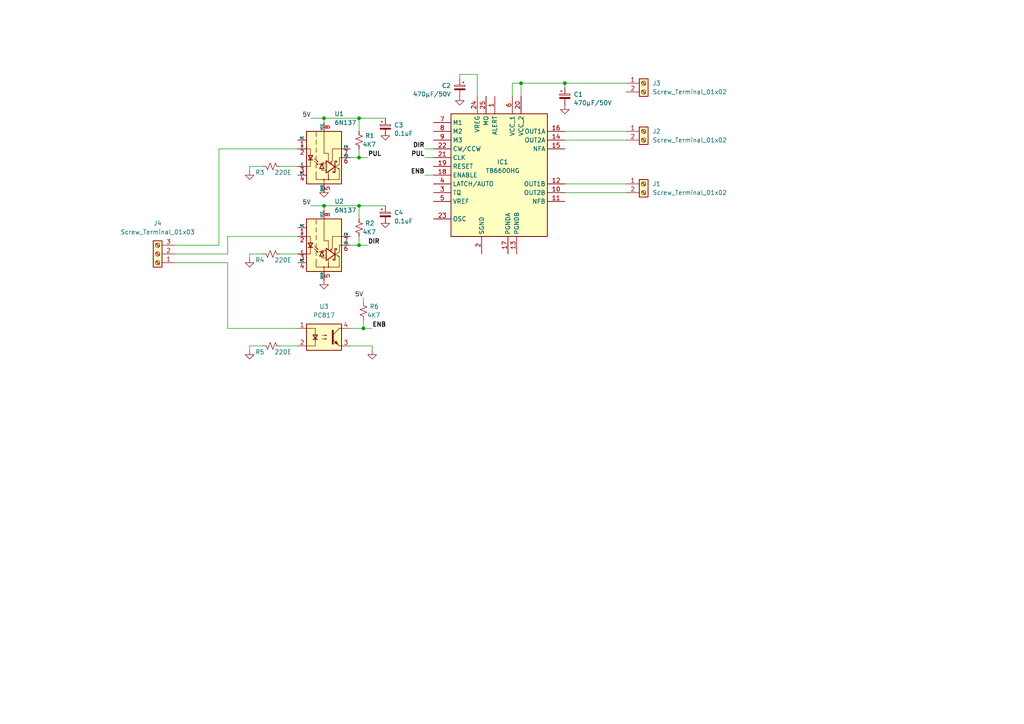
<source format=kicad_sch>
(kicad_sch (version 20231120) (generator "eeschema") (generator_version "8.0")
  (paper "A4")
  (lib_symbols
    (symbol "Connector:Screw_Terminal_01x02" (pin_names (offset 1.016) hide)
      (property "Reference" "J" (at 0 2.54 0))
      (property "Value" "Screw_Terminal_01x02" (at 0 -5.08 0))
      (symbol "Screw_Terminal_01x02_1_1"
        (rectangle (start -1.27 1.27) (end 1.27 -3.81) (stroke (width 0.254)) (fill (type background)))
        (circle (center 0 -2.54) (radius 0.635) (stroke (width 0.1524)))
        (polyline (pts (xy -0.5334 -2.2098) (xy 0.3302 -3.048)) (stroke (width 0.1524)))
        (polyline (pts (xy -0.5334 0.3302) (xy 0.3302 -0.508)) (stroke (width 0.1524)))
        (polyline (pts (xy -0.3556 -2.032) (xy 0.508 -2.8702)) (stroke (width 0.1524)))
        (polyline (pts (xy -0.3556 0.508) (xy 0.508 -0.3302)) (stroke (width 0.1524)))
        (circle (center 0 0) (radius 0.635) (stroke (width 0.1524)))
        (pin passive line (at -5.08 0 0) (length 3.81) (name "Pin_1") (number "1"))
        (pin passive line (at -5.08 -2.54 0) (length 3.81) (name "Pin_2") (number "2"))
      )
    )
    (symbol "Connector:Screw_Terminal_01x03" (pin_names (offset 1.016) hide)
      (property "Reference" "J" (at 0 5.08 0))
      (property "Value" "Screw_Terminal_01x03" (at 0 -5.08 0))
      (symbol "Screw_Terminal_01x03_1_1"
        (rectangle (start -1.27 3.81) (end 1.27 -3.81) (stroke (width 0.254)) (fill (type background)))
        (circle (center 0 -2.54) (radius 0.635) (stroke (width 0.1524)))
        (polyline (pts (xy -0.5334 -2.2098) (xy 0.3302 -3.048)) (stroke (width 0.1524)))
        (polyline (pts (xy -0.5334 0.3302) (xy 0.3302 -0.508)) (stroke (width 0.1524)))
        (polyline (pts (xy -0.5334 2.8702) (xy 0.3302 2.032)) (stroke (width 0.1524)))
        (polyline (pts (xy -0.3556 -2.032) (xy 0.508 -2.8702)) (stroke (width 0.1524)))
        (polyline (pts (xy -0.3556 0.508) (xy 0.508 -0.3302)) (stroke (width 0.1524)))
        (polyline (pts (xy -0.3556 3.048) (xy 0.508 2.2098)) (stroke (width 0.1524)))
        (circle (center 0 0) (radius 0.635) (stroke (width 0.1524)))
        (circle (center 0 2.54) (radius 0.635) (stroke (width 0.1524)))
        (pin passive line (at -5.08 2.54 0) (length 3.81) (name "Pin_1") (number "1"))
        (pin passive line (at -5.08 0 0) (length 3.81) (name "Pin_2") (number "2"))
        (pin passive line (at -5.08 -2.54 0) (length 3.81) (name "Pin_3") (number "3"))
      )
    )
    (symbol "Device:C_Polarized_Small" (pin_numbers hide) (pin_names (offset 0.254) hide)
      (property "Reference" "C" (at 0.254 1.778 0))
      (property "Value" "C_Polarized_Small" (at 0.254 -2.032 0))
      (symbol "C_Polarized_Small_0_1"
        (rectangle (start -1.524 -0.3048) (end 1.524 -0.6858) (fill (type outline)))
        (rectangle (start -1.524 0.6858) (end 1.524 0.3048))
        (polyline (pts (xy -1.27 1.524) (xy -0.762 1.524)))
        (polyline (pts (xy -1.016 1.27) (xy -1.016 1.778)))
      )
      (symbol "C_Polarized_Small_1_1"
        (pin passive line (at 0 2.54 270) (length 1.8542) (name "~") (number "1"))
        (pin passive line (at 0 -2.54 90) (length 1.8542) (name "~") (number "2"))
      )
    )
    (symbol "Device:R_Small_US" (pin_numbers hide) (pin_names (offset 0.254) hide)
      (property "Reference" "R" (at 0.762 0.508 0))
      (property "Value" "R_Small_US" (at 0.762 -1.016 0))
      (symbol "R_Small_US_1_1"
        (polyline (pts (xy 0 0) (xy 1.016 -0.381) (xy 0 -0.762) (xy -1.016 -1.143) (xy 0 -1.524)))
        (polyline (pts (xy 0 1.524) (xy 1.016 1.143) (xy 0 0.762) (xy -1.016 0.381) (xy 0 0)))
        (pin passive line (at 0 2.54 270) (length 1.016) (name "~") (number "1"))
        (pin passive line (at 0 -2.54 90) (length 1.016) (name "~") (number "2"))
      )
    )
    (symbol "Isolator:6N137" (pin_names (offset 0))
      (property "Reference" "U" (at -4.064 8.89 0))
      (property "Value" "6N137" (at 0 -8.89 0))
      (symbol "6N137_0_1"
        (polyline (pts (xy 0 -6.35) (xy -2.286 -6.35) (xy -2.286 -4.064)))
        (polyline (pts (xy -5.08 -2.54) (xy -3.937 -2.54) (xy -3.937 2.54) (xy -5.08 2.54)))
        (polyline (pts (xy 1.27 -5.08) (xy 1.27 -6.35) (xy 0 -6.35) (xy 0 -7.62)))
        (polyline (pts (xy 3.175 -2.667) (xy 0.635 -4.445) (xy 0.635 -0.889) (xy 3.175 -2.667)) (stroke (width 0.254)))
        (polyline (pts (xy -2.794 -1.016) (xy -1.717 -2.093) (xy -2.076 -1.914) (xy -1.896 -1.734) (xy -1.717 -2.093)))
        (polyline (pts (xy -2.794 -0.254) (xy -1.717 -1.331) (xy -2.076 -1.152) (xy -1.896 -0.972) (xy -1.717 -1.331)))
      )
      (symbol "6N137_1_1"
        (rectangle (start -5.08 7.62) (end 5.08 -7.62) (stroke (width 0.254)) (fill (type background)))
        (circle (center 0 -6.35) (radius 0.127) (fill (type outline)))
        (polyline (pts (xy -4.572 -0.635) (xy -3.302 -0.635)) (stroke (width 0.254)))
        (polyline (pts (xy -2.286 -1.778) (xy -2.286 -3.048)))
        (polyline (pts (xy -2.286 0.508) (xy -2.286 -0.762)))
        (polyline (pts (xy -2.286 2.794) (xy -2.286 1.524)))
        (polyline (pts (xy -2.286 5.08) (xy -2.286 3.81)))
        (polyline (pts (xy -2.286 7.366) (xy -2.286 6.096)))
        (polyline (pts (xy -1.27 -1.905) (xy 0 -1.905)) (stroke (width 0.254)))
        (polyline (pts (xy -0.635 -3.302) (xy -0.635 -3.683) (xy 0.635 -3.683)))
        (polyline (pts (xy -0.635 -1.905) (xy -0.635 -1.524) (xy 0.508 -1.524)))
        (polyline (pts (xy 1.27 -4.064) (xy 1.27 -6.35) (xy 4.445 -6.35)))
        (polyline (pts (xy 3.175 -2.667) (xy 4.445 -3.302) (xy 4.445 -6.35)))
        (polyline (pts (xy -3.937 -0.635) (xy -4.572 0.635) (xy -3.302 0.635) (xy -3.937 -0.635)) (stroke (width 0.254)))
        (polyline (pts (xy -0.635 -1.905) (xy -1.27 -3.175) (xy 0 -3.175) (xy -0.635 -1.905)) (stroke (width 0.254)))
        (polyline (pts (xy 1.27 -1.27) (xy 1.27 1.27) (xy 0 1.27) (xy 0 7.62)))
        (polyline (pts (xy 2.1844 -1.1684) (xy 2.413 -0.889) (xy 2.413 2.54) (xy 5.08 2.54)))
        (polyline (pts (xy 3.175 -2.667) (xy 3.175 -4.318) (xy 2.667 -4.318) (xy 2.667 -3.937)) (stroke (width 0.254)))
        (polyline (pts (xy 3.175 -2.667) (xy 3.175 -1.016) (xy 3.683 -1.016) (xy 3.683 -1.397)) (stroke (width 0.254)))
        (polyline (pts (xy 3.175 -2.667) (xy 4.445 -2.032) (xy 4.445 0) (xy 5.08 0)))
        (polyline (pts (xy 4.445 -3.302) (xy 4.161 -3.018) (xy 4.047 -3.246) (xy 4.445 -3.302)) (stroke (width 0.127)) (fill (type outline)))
        (circle (center 1.27 -6.35) (radius 0.127) (fill (type outline)))
        (circle (center 2.032 -1.397) (radius 0.254))
        (pin passive line (at -7.62 5.08 0) (length 2.54) (name "NC") (number "1"))
        (pin passive line (at -7.62 2.54 0) (length 2.54) (name "A") (number "2"))
        (pin passive line (at -7.62 -2.54 0) (length 2.54) (name "C") (number "3"))
        (pin passive line (at -7.62 -5.08 0) (length 2.54) (name "NC") (number "4"))
        (pin power_in line (at 0 -10.16 90) (length 2.54) (name "GND") (number "5"))
        (pin open_collector line (at 7.62 0 180) (length 2.54) (name "VO") (number "6"))
        (pin input line (at 7.62 2.54 180) (length 2.54) (name "EN") (number "7"))
        (pin power_in line (at 0 10.16 270) (length 2.54) (name "VCC") (number "8"))
      )
    )
    (symbol "Isolator:PC817" (pin_names (offset 1.016))
      (property "Reference" "U" (at -5.08 5.08 0))
      (property "Value" "PC817" (at 0 5.08 0))
      (symbol "PC817_0_1"
        (rectangle (start -5.08 3.81) (end 5.08 -3.81) (stroke (width 0.254)) (fill (type background)))
        (polyline (pts (xy -3.175 -0.635) (xy -1.905 -0.635)) (stroke (width 0.254)))
        (polyline (pts (xy 2.54 0.635) (xy 4.445 2.54)))
        (polyline (pts (xy 4.445 -2.54) (xy 2.54 -0.635)) (fill (type outline)))
        (polyline (pts (xy 4.445 -2.54) (xy 5.08 -2.54)))
        (polyline (pts (xy 4.445 2.54) (xy 5.08 2.54)))
        (polyline (pts (xy -5.08 2.54) (xy -2.54 2.54) (xy -2.54 -0.635)))
        (polyline (pts (xy -2.54 -0.635) (xy -2.54 -2.54) (xy -5.08 -2.54)))
        (polyline (pts (xy 2.54 1.905) (xy 2.54 -1.905) (xy 2.54 -1.905)) (stroke (width 0.508)))
        (polyline (pts (xy -2.54 -0.635) (xy -3.175 0.635) (xy -1.905 0.635) (xy -2.54 -0.635)) (stroke (width 0.254)))
        (polyline (pts (xy -0.508 -0.508) (xy 0.762 -0.508) (xy 0.381 -0.635) (xy 0.381 -0.381) (xy 0.762 -0.508)))
        (polyline (pts (xy -0.508 0.508) (xy 0.762 0.508) (xy 0.381 0.381) (xy 0.381 0.635) (xy 0.762 0.508)))
        (polyline (pts (xy 3.048 -1.651) (xy 3.556 -1.143) (xy 4.064 -2.159) (xy 3.048 -1.651) (xy 3.048 -1.651)) (fill (type outline)))
      )
      (symbol "PC817_1_1"
        (pin passive line (at -7.62 2.54 0) (length 2.54) (name "~") (number "1"))
        (pin passive line (at -7.62 -2.54 0) (length 2.54) (name "~") (number "2"))
        (pin passive line (at 7.62 -2.54 180) (length 2.54) (name "~") (number "3"))
        (pin passive line (at 7.62 2.54 180) (length 2.54) (name "~") (number "4"))
      )
    )
    (symbol "TB6600HG:TB6600HG"
      (property "Reference" "IC1" (at 20.066 -11.43 0))
      (property "Value" "TB6600HG" (at 20.066 -13.97 0))
      (symbol "TB6600HG_1_1"
        (rectangle (start 5.08 2.54) (end 33.02 -33.02) (stroke (width 0.254)) (fill (type background)))
        (pin passive line (at 17.78 7.62 270) (length 5.08) (name "ALERT") (number "1"))
        (pin passive line (at 38.1 -20.32 180) (length 5.08) (name "OUT2B") (number "10"))
        (pin passive line (at 38.1 -22.86 180) (length 5.08) (name "NFB") (number "11"))
        (pin passive line (at 38.1 -17.78 180) (length 5.08) (name "OUT1B") (number "12"))
        (pin passive line (at 24.13 -38.1 90) (length 5.08) (name "PGNDB") (number "13"))
        (pin passive line (at 38.1 -5.08 180) (length 5.08) (name "OUT2A") (number "14"))
        (pin passive line (at 38.1 -7.62 180) (length 5.08) (name "NFA") (number "15"))
        (pin passive line (at 38.1 -2.54 180) (length 5.08) (name "OUT1A") (number "16"))
        (pin passive line (at 21.59 -38.1 90) (length 5.08) (name "PGNDA") (number "17"))
        (pin passive line (at 0 -15.24 0) (length 5.08) (name "ENABLE") (number "18"))
        (pin passive line (at 0 -12.7 0) (length 5.08) (name "RESET") (number "19"))
        (pin passive line (at 13.97 -38.1 90) (length 5.08) (name "SGND") (number "2"))
        (pin passive line (at 25.4 7.62 270) (length 5.08) (name "VCC_2") (number "20"))
        (pin passive line (at 0 -10.16 0) (length 5.08) (name "CLK") (number "21"))
        (pin passive line (at 0 -7.62 0) (length 5.08) (name "CW/CCW") (number "22"))
        (pin passive line (at 0 -27.94 0) (length 5.08) (name "OSC") (number "23"))
        (pin passive line (at 12.7 7.62 270) (length 5.08) (name "VREG") (number "24"))
        (pin passive line (at 15.24 7.62 270) (length 5.08) (name "MO") (number "25"))
        (pin passive line (at 0 -20.32 0) (length 5.08) (name "TQ") (number "3"))
        (pin passive line (at 0 -17.78 0) (length 5.08) (name "LATCH/AUTO") (number "4"))
        (pin passive line (at 0 -22.86 0) (length 5.08) (name "VREF") (number "5"))
        (pin passive line (at 22.86 7.62 270) (length 5.08) (name "VCC_1") (number "6"))
        (pin passive line (at 0 0 0) (length 5.08) (name "M1") (number "7"))
        (pin passive line (at 0 -2.54 0) (length 5.08) (name "M2") (number "8"))
        (pin passive line (at 0 -5.08 0) (length 5.08) (name "M3") (number "9"))
      )
    )
    (symbol "power:GND" (power) (pin_numbers hide) (pin_names (offset 0) hide)
      (property "Value" "GND" (at 0 -3.81 0))
      (symbol "GND_0_1"
        (polyline (pts (xy 0 0) (xy 0 -1.27) (xy 1.27 -1.27) (xy 0 -2.54) (xy -1.27 -1.27) (xy 0 -1.27)))
      )
      (symbol "GND_1_1"
        (pin power_in line (at 0 0 270) (length 0) (name "~") (number "1"))
      )
    )
  )
  (junction (at 104.14 71.12))
  (junction (at 151.13 24.13))
  (junction (at 93.98 34.29))
  (junction (at 105.41 95.25))
  (junction (at 104.14 59.69))
  (junction (at 163.83 24.13))
  (junction (at 93.98 59.69))
  (junction (at 104.14 34.29))
  (junction (at 104.14 45.72))
  (wire (pts (xy 163.83 55.88) (xy 181.61 55.88)))
  (wire (pts (xy 163.83 24.13) (xy 151.13 24.13)))
  (wire (pts (xy 81.28 73.66) (xy 86.36 73.66)))
  (wire (pts (xy 93.98 59.69) (xy 93.98 60.96)))
  (wire (pts (xy 148.59 24.13) (xy 148.59 27.94)))
  (wire (pts (xy 123.19 50.8) (xy 125.73 50.8)))
  (wire (pts (xy 151.13 24.13) (xy 148.59 24.13)))
  (wire (pts (xy 105.41 95.25) (xy 107.95 95.25)))
  (wire (pts (xy 72.39 48.26) (xy 72.39 49.53)))
  (wire (pts (xy 76.2 48.26) (xy 72.39 48.26)))
  (wire (pts (xy 104.14 34.29) (xy 93.98 34.29)))
  (wire (pts (xy 181.61 24.13) (xy 163.83 24.13)))
  (wire (pts (xy 111.76 34.29) (xy 104.14 34.29)))
  (wire (pts (xy 50.8 76.2) (xy 66.04 76.2)))
  (wire (pts (xy 66.04 95.25) (xy 66.04 76.2)))
  (wire (pts (xy 76.2 73.66) (xy 72.39 73.66)))
  (wire (pts (xy 104.14 59.69) (xy 104.14 63.5)))
  (wire (pts (xy 111.76 63.5) (xy 111.76 64.77)))
  (wire (pts (xy 63.5 71.12) (xy 50.8 71.12)))
  (wire (pts (xy 81.28 100.33) (xy 86.36 100.33)))
  (wire (pts (xy 123.19 43.18) (xy 125.73 43.18)))
  (wire (pts (xy 105.41 92.71) (xy 105.41 95.25)))
  (wire (pts (xy 111.76 38.1) (xy 111.76 39.37)))
  (wire (pts (xy 93.98 34.29) (xy 93.98 35.56)))
  (wire (pts (xy 105.41 95.25) (xy 101.6 95.25)))
  (wire (pts (xy 93.98 55.88) (xy 93.98 54.61)))
  (wire (pts (xy 163.83 24.13) (xy 163.83 25.4)))
  (wire (pts (xy 104.14 43.18) (xy 104.14 45.72)))
  (wire (pts (xy 66.04 68.58) (xy 66.04 73.66)))
  (wire (pts (xy 104.14 68.58) (xy 104.14 71.12)))
  (wire (pts (xy 104.14 59.69) (xy 93.98 59.69)))
  (wire (pts (xy 105.41 86.36) (xy 105.41 87.63)))
  (wire (pts (xy 163.83 53.34) (xy 181.61 53.34)))
  (wire (pts (xy 138.43 21.59) (xy 138.43 27.94)))
  (wire (pts (xy 107.95 100.33) (xy 101.6 100.33)))
  (wire (pts (xy 163.83 40.64) (xy 181.61 40.64)))
  (wire (pts (xy 111.76 59.69) (xy 104.14 59.69)))
  (wire (pts (xy 107.95 100.33) (xy 107.95 101.6)))
  (wire (pts (xy 50.8 73.66) (xy 66.04 73.66)))
  (wire (pts (xy 163.83 38.1) (xy 181.61 38.1)))
  (wire (pts (xy 86.36 68.58) (xy 66.04 68.58)))
  (wire (pts (xy 76.2 100.33) (xy 72.39 100.33)))
  (wire (pts (xy 133.35 22.86) (xy 133.35 21.59)))
  (wire (pts (xy 86.36 43.18) (xy 63.5 43.18)))
  (wire (pts (xy 101.6 45.72) (xy 104.14 45.72)))
  (wire (pts (xy 81.28 48.26) (xy 86.36 48.26)))
  (wire (pts (xy 72.39 73.66) (xy 72.39 74.93)))
  (wire (pts (xy 86.36 95.25) (xy 66.04 95.25)))
  (wire (pts (xy 151.13 24.13) (xy 151.13 27.94)))
  (wire (pts (xy 104.14 45.72) (xy 106.68 45.72)))
  (wire (pts (xy 133.35 21.59) (xy 138.43 21.59)))
  (wire (pts (xy 123.19 45.72) (xy 125.73 45.72)))
  (wire (pts (xy 104.14 71.12) (xy 106.68 71.12)))
  (wire (pts (xy 101.6 71.12) (xy 104.14 71.12)))
  (wire (pts (xy 90.17 59.69) (xy 93.98 59.69)))
  (wire (pts (xy 72.39 100.33) (xy 72.39 101.6)))
  (wire (pts (xy 90.17 34.29) (xy 93.98 34.29)))
  (wire (pts (xy 63.5 43.18) (xy 63.5 71.12)))
  (wire (pts (xy 104.14 34.29) (xy 104.14 38.1)))
  (label "DIR" (at 106.68 71.12 0) (effects (font (thickness 0.254) (bold yes))))
  (label "5V" (at 105.41 86.36 180))
  (label "ENB" (at 123.19 50.8 180) (effects (font (thickness 0.254) (bold yes))))
  (label "PUL" (at 123.19 45.72 180) (effects (font (thickness 0.254) (bold yes))))
  (label "5V" (at 90.17 34.29 180))
  (label "PUL" (at 106.68 45.72 0) (effects (font (thickness 0.254) (bold yes))))
  (label "ENB" (at 107.95 95.25 0) (effects (font (thickness 0.254) (bold yes))))
  (label "DIR" (at 123.19 43.18 180) (effects (font (thickness 0.254) (bold yes))))
  (label "5V" (at 90.17 59.69 180))
  (symbol (lib_id "power:GND") (at 133.35 27.94 0) (unit 1)
    (property "Reference" "#PWR02" (effects (hide yes)))
    (property "Value" "GND" (effects (hide yes)))
    (property "Description" "Power symbol creates a global label with name \"GND\" , ground" (effects (hide yes)))
  )
  (symbol (lib_id "power:GND") (at 111.76 63.5 0) (unit 1)
    (property "Reference" "#PWR06" (effects (hide yes)))
    (property "Value" "GND" (effects (hide yes)))
    (property "Description" "Power symbol creates a global label with name \"GND\" , ground" (effects (hide yes)))
  )
  (symbol (lib_id "Isolator:PC817") (at 93.98 97.79 0) (unit 1)
    (property "Reference" "U3" (at 93.98 88.9 0))
    (property "Value" "PC817" (at 93.98 91.44 0))
    (property "Footprint" "Package_DIP:DIP-4_W7.62mm" (effects (hide yes)))
    (property "Datasheet" "http://www.soselectronic.cz/a_info/resource/d/pc817.pdf" (effects (hide yes)))
    (property "Description" "DC Optocoupler, Vce 35V, CTR 50-300%, DIP-4" (effects (hide yes)))
  )
  (symbol (lib_id "Device:C_Polarized_Small") (at 111.76 36.83 0) (unit 1)
    (property "Reference" "C3" (at 114.3 36.2838 0) (effects (justify left)))
    (property "Value" "0.1uF" (at 114.3 38.735 0) (effects (justify left)))
    (property "Description" "Polarized capacitor, small symbol" (effects (hide yes)))
  )
  (symbol (lib_id "Device:R_Small_US") (at 105.41 90.17 0) (unit 1)
    (property "Reference" "R6" (at 107.188 88.9 0) (effects (justify left)))
    (property "Value" "4K7" (at 106.426 91.44 0) (effects (justify left)))
    (property "Description" "Resistor, small US symbol" (effects (hide yes)))
  )
  (symbol (lib_id "power:GND") (at 111.76 38.1 0) (unit 1)
    (property "Reference" "#PWR05" (effects (hide yes)))
    (property "Value" "GND" (effects (hide yes)))
    (property "Description" "Power symbol creates a global label with name \"GND\" , ground" (effects (hide yes)))
  )
  (symbol (lib_id "Device:R_Small_US") (at 78.74 73.66 90) (mirror x) (unit 1)
    (property "Reference" "R4" (at 76.708 75.438 90) (effects (justify left)))
    (property "Value" "220E" (at 84.582 75.438 90) (effects (justify left)))
    (property "Description" "Resistor, small US symbol" (effects (hide yes)))
  )
  (symbol (lib_id "power:GND") (at 72.39 49.53 0) (unit 1)
    (property "Reference" "#PWR07" (effects (hide yes)))
    (property "Value" "GND" (effects (hide yes)))
    (property "Description" "Power symbol creates a global label with name \"GND\" , ground" (effects (hide yes)))
  )
  (symbol (lib_id "Device:R_Small_US") (at 78.74 48.26 90) (mirror x) (unit 1)
    (property "Reference" "R3" (at 76.708 50.038 90) (effects (justify left)))
    (property "Value" "220E" (at 84.582 50.038 90) (effects (justify left)))
    (property "Description" "Resistor, small US symbol" (effects (hide yes)))
  )
  (symbol (lib_id "Device:R_Small_US") (at 104.14 66.04 0) (unit 1)
    (property "Reference" "R2" (at 105.918 64.77 0) (effects (justify left)))
    (property "Value" "4K7" (at 105.156 67.31 0) (effects (justify left)))
    (property "Description" "Resistor, small US symbol" (effects (hide yes)))
  )
  (symbol (lib_id "Connector:Screw_Terminal_01x02") (at 186.69 38.1 0) (unit 1)
    (property "Reference" "J2" (at 189.23 38.0999 0) (effects (justify left)))
    (property "Value" "Screw_Terminal_01x02" (at 189.23 40.6399 0) (effects (justify left)))
    (property "Description" "Generic screw terminal, single row, 01x02, script generated (kicad-library-utils/schlib/autogen/connector/)" (effects (hide yes)))
  )
  (symbol (lib_id "Isolator:6N137") (at 93.98 45.72 0) (unit 1)
    (property "Reference" "U1" (at 96.9965 33.02 0) (effects (justify left)))
    (property "Value" "6N137" (at 96.9965 35.56 0) (effects (justify left)))
    (property "Footprint" "Package_DIP:DIP-8_W7.62mm" (effects (hide yes)))
    (property "Datasheet" "https://docs.broadcom.com/docs/AV02-0940EN" (effects (hide yes)))
    (property "Description" "Single High Speed LSTTL/TTL Compatible Optocoupler with enable, dV/dt 1000/us, VCM 10, max 7V VCC, DIP-8" (effects (hide yes)))
  )
  (symbol (lib_id "Device:R_Small_US") (at 78.74 100.33 90) (mirror x) (unit 1)
    (property "Reference" "R5" (at 76.708 102.108 90) (effects (justify left)))
    (property "Value" "220E" (at 84.582 102.108 90) (effects (justify left)))
    (property "Description" "Resistor, small US symbol" (effects (hide yes)))
  )
  (symbol (lib_id "power:GND") (at 93.98 81.28 0) (unit 1)
    (property "Reference" "#PWR04" (effects (hide yes)))
    (property "Value" "GND" (effects (hide yes)))
    (property "Description" "Power symbol creates a global label with name \"GND\" , ground" (effects (hide yes)))
  )
  (symbol (lib_id "TB6600HG:TB6600HG") (at 125.73 35.56 0) (unit 1)
    (property "Reference" "IC1" (at 145.796 46.99 0))
    (property "Value" "TB6600HG" (at 145.796 49.53 0))
    (property "Footprint" "TB6600:TB6600HG" (effects (hide yes)))
    (property "Datasheet" "https://toshiba.semicon-storage.com/info/TB6600HG_datasheet_en_20160610.pdf?did=14683&prodName=TB6600HG" (effects (hide yes)))
    (property "Description" "Motor / Bewegung / Zndungscontroller und Treiber Stepping Motor Driver IC" (effects (hide yes)))
    (property "Height" "19.37" (effects (hide yes)))
    (property "Manufacturer_Name" "Toshiba" (effects (hide yes)))
    (property "Manufacturer_Part_Number" "TB6600HG" (effects (hide yes)))
    (property "Mouser Part Number" "757-TB6600HG" (effects (hide yes)))
    (property "Mouser Price/Stock" "https://www.mouser.co.uk/ProductDetail/Toshiba/TB6600HG?qs=rsevcuukUAxuV3g3be9iig%3D%3D" (effects (hide yes)))
    (property "Arrow Part Number" "TB6600HG" (effects (hide yes)))
    (property "Arrow Price/Stock" "https://www.arrow.com/en/products/tb6600hg/toshiba?utm_currency=USD&region=nac" (effects (hide yes)))
  )
  (symbol (lib_id "power:GND") (at 72.39 74.93 0) (unit 1)
    (property "Reference" "#PWR08" (effects (hide yes)))
    (property "Value" "GND" (effects (hide yes)))
    (property "Description" "Power symbol creates a global label with name \"GND\" , ground" (effects (hide yes)))
  )
  (symbol (lib_id "Isolator:6N137") (at 93.98 71.12 0) (unit 1)
    (property "Reference" "U2" (at 96.9965 58.42 0) (effects (justify left)))
    (property "Value" "6N137" (at 96.9965 60.96 0) (effects (justify left)))
    (property "Footprint" "Package_DIP:DIP-8_W7.62mm" (effects (hide yes)))
    (property "Datasheet" "https://docs.broadcom.com/docs/AV02-0940EN" (effects (hide yes)))
    (property "Description" "Single High Speed LSTTL/TTL Compatible Optocoupler with enable, dV/dt 1000/us, VCM 10, max 7V VCC, DIP-8" (effects (hide yes)))
  )
  (symbol (lib_id "Device:C_Polarized_Small") (at 133.35 25.4 0) (mirror y) (unit 1)
    (property "Reference" "C2" (at 130.81 24.8538 0) (effects (justify left)))
    (property "Value" "470µF/50V" (at 130.81 27.305 0) (effects (justify left)))
    (property "Description" "Polarized capacitor, small symbol" (effects (hide yes)))
  )
  (symbol (lib_id "Connector:Screw_Terminal_01x03") (at 45.72 73.66 180) (unit 1)
    (property "Reference" "J4" (at 45.72 64.77 0))
    (property "Value" "Screw_Terminal_01x03" (at 45.72 67.31 0))
    (property "Description" "Generic screw terminal, single row, 01x03, script generated (kicad-library-utils/schlib/autogen/connector/)" (effects (hide yes)))
  )
  (symbol (lib_id "power:GND") (at 163.83 30.48 0) (unit 1)
    (property "Reference" "#PWR01" (effects (hide yes)))
    (property "Value" "GND" (effects (hide yes)))
    (property "Description" "Power symbol creates a global label with name \"GND\" , ground" (effects (hide yes)))
  )
  (symbol (lib_id "Device:C_Polarized_Small") (at 163.83 27.94 0) (unit 1)
    (property "Reference" "C1" (at 166.37 27.3938 0) (effects (justify left)))
    (property "Value" "470µF/50V" (at 166.37 29.845 0) (effects (justify left)))
    (property "Description" "Polarized capacitor, small symbol" (effects (hide yes)))
  )
  (symbol (lib_id "Device:R_Small_US") (at 104.14 40.64 0) (unit 1)
    (property "Reference" "R1" (at 105.918 39.37 0) (effects (justify left)))
    (property "Value" "4K7" (at 105.156 41.91 0) (effects (justify left)))
    (property "Description" "Resistor, small US symbol" (effects (hide yes)))
  )
  (symbol (lib_id "Device:C_Polarized_Small") (at 111.76 62.23 0) (unit 1)
    (property "Reference" "C4" (at 114.3 61.6838 0) (effects (justify left)))
    (property "Value" "0.1uF" (at 114.3 64.135 0) (effects (justify left)))
    (property "Description" "Polarized capacitor, small symbol" (effects (hide yes)))
  )
  (symbol (lib_id "power:GND") (at 72.39 101.6 0) (unit 1)
    (property "Reference" "#PWR09" (effects (hide yes)))
    (property "Value" "GND" (effects (hide yes)))
    (property "Description" "Power symbol creates a global label with name \"GND\" , ground" (effects (hide yes)))
  )
  (symbol (lib_id "power:GND") (at 93.98 54.61 0) (unit 1)
    (property "Reference" "#PWR03" (effects (hide yes)))
    (property "Value" "GND" (effects (hide yes)))
    (property "Description" "Power symbol creates a global label with name \"GND\" , ground" (effects (hide yes)))
  )
  (symbol (lib_id "Connector:Screw_Terminal_01x02") (at 186.69 24.13 0) (unit 1)
    (property "Reference" "J3" (at 189.23 24.1299 0) (effects (justify left)))
    (property "Value" "Screw_Terminal_01x02" (at 189.23 26.6699 0) (effects (justify left)))
    (property "Description" "Generic screw terminal, single row, 01x02, script generated (kicad-library-utils/schlib/autogen/connector/)" (effects (hide yes)))
  )
  (symbol (lib_id "Connector:Screw_Terminal_01x02") (at 186.69 53.34 0) (unit 1)
    (property "Reference" "J1" (at 189.23 53.3399 0) (effects (justify left)))
    (property "Value" "Screw_Terminal_01x02" (at 189.23 55.8799 0) (effects (justify left)))
    (property "Description" "Generic screw terminal, single row, 01x02, script generated (kicad-library-utils/schlib/autogen/connector/)" (effects (hide yes)))
  )
  (symbol (lib_id "power:GND") (at 107.95 101.6 0) (unit 1)
    (property "Reference" "#PWR010" (effects (hide yes)))
    (property "Value" "GND" (effects (hide yes)))
    (property "Description" "Power symbol creates a global label with name \"GND\" , ground" (effects (hide yes)))
  )
)
</source>
